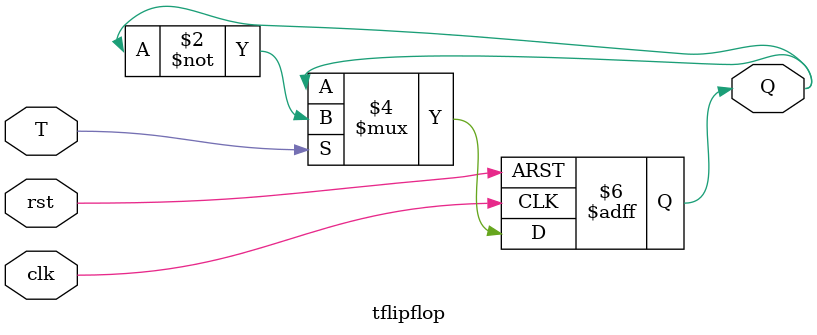
<source format=v>
module tflipflop(

input clk, rst, T, 
output reg Q);

always @(posedge clk or posedge rst) begin
if (rst)
Q <= 0;   // reset output
else if (T)
Q <= ~Q;  // Toggle output
else 
Q <= Q;  // no chnage 
end 
endmodule 
</source>
